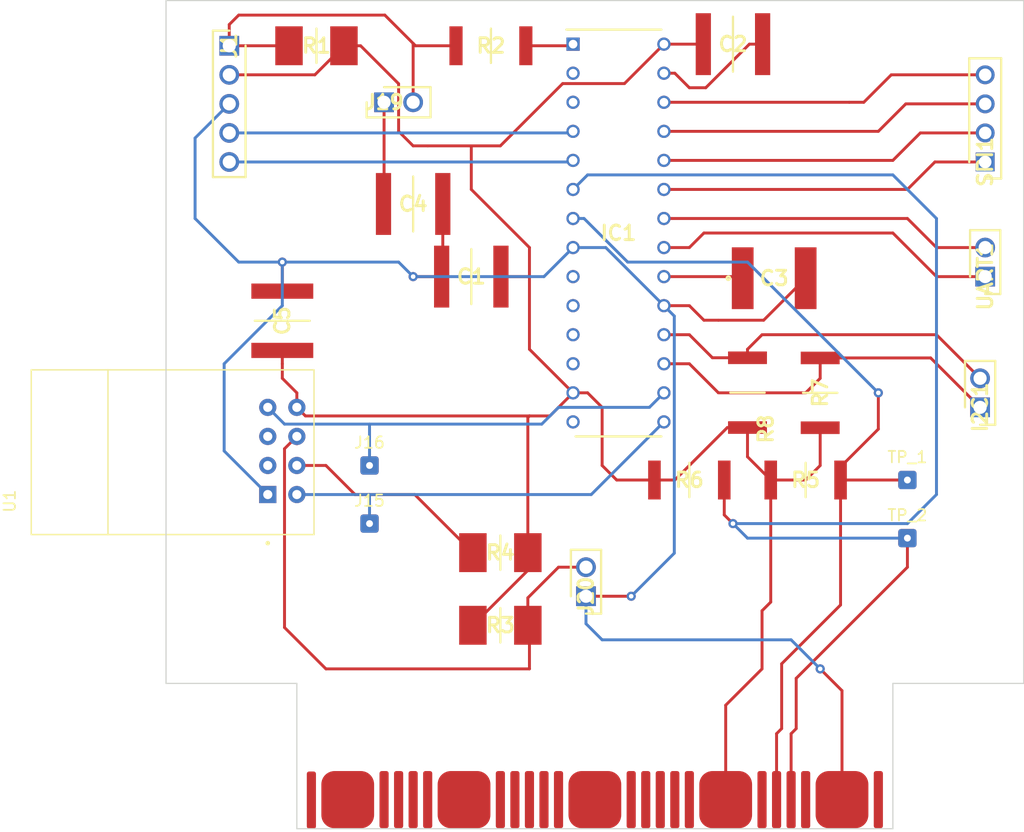
<source format=kicad_pcb>
(kicad_pcb (version 20221018) (generator pcbnew)
  (layers (0 "F.Cu" signal) (31 "B.Cu" signal) (34 "B.Paste" user) (35 "F.Paste" user) (36 "B.SilkS" user "B.Silkscreen") (37 "F.SilkS" user "F.Silkscreen") (38 "B.Mask" user) (39 "F.Mask" user) (44 "Edge.Cuts" user))
  (net 0 "")
  (net 1 "GND")
  (net 2 "VDD")
  (net 3 "Net-(IC1-VSS_2)")
  (net 4 "Net-(IC1-VCAP{slash}VDDCORE)")
  (net 5 "Net-(J19-Pin_1)")
  (net 6 "/SCL_2")
  (net 7 "/SDA_2")
  (net 8 "Net-(IC1-~{MCLR})")
  (net 11 "Net-(IC1-PGD1{slash}EMUD1{slash}AN2{slash}C2IN-{slash}RP0{slash}CN4{slash}RB0)")
  (net 12 "Net-(IC1-PGC1{slash}EMUC1{slash}AN3{slash}C2IN+{slash}RP1{slash}CN5{slash}RB1)")
  (net 13 "Net-(IC1-AN4{slash}C1IN-{slash}RP2{slash}SDA2{slash}CN6{slash}RB2)")
  (net 14 "Net-(IC1-AN5{slash}C1IN+{slash}RP3{slash}SCL2{slash}CN7{slash}RB3)")
  (net 20 "Net-(IC1-PGC3{slash}EMUC3{slash}RP6{slash}ASCL1{slash}CN24{slash}PMD6{slash}RB6)")
  (net 21 "Net-(IC1-RP7{slash}INT0{slash}CN23{slash}PMD5{slash}RB7)")
  (net 22 "/RX")
  (net 23 "/TX")
  (net 24 "/SS")
  (net 25 "/SCK")
  (net 26 "/SDO")
  (net 27 "/SDI")
  (net 28 "Net-(J1-Pin_1)")
  (net 29 "Net-(J20-Pin_2)")
  (net 30 "Net-(U1-EN)")
  (footprint "RES_10k:RESC6432X120N" (layer "F.Cu") (at 124.46 111.76 180)
    (fp_text reference "R4" (at 0 0) (layer "F.SilkS") (effects (font (size 1.27 1.27) (thickness 0.254))))
    (fp_text value "10k" hide)
    (fp_line (start 0 -1.5) (end 0 1.5) (stroke (width 0.2)) (layer "F.SilkS"))
    (pad "1" smd rect (at -2.4 0 180) (size 2.4 3.4) (layers "F.Cu" "F.Paste" "F.Mask") (net 2 "VDD"))
    (pad "2" smd rect (at 2.4 0 180) (size 2.4 3.4) (layers "F.Cu" "F.Paste" "F.Mask") (net 30 "Net-(U1-EN)"))
  )
  (footprint "RES_4k7:RESC6432X65N" (layer "F.Cu") (at 146.05 97.775 90)
    (fp_text reference "R8" (at -3.175 1.6 90) (layer "F.SilkS") (effects (font (size 1.27 1.27) (thickness 0.254))))
    (fp_text value "4.7k" hide)
    (fp_line (start 0 -1.5) (end 0 1.5) (stroke (width 0.2)) (layer "F.SilkS"))
    (pad "1" smd rect (at -3.05 0 90) (size 1.1 3.4) (layers "F.Cu" "F.Paste" "F.Mask") (net 2 "VDD"))
    (pad "2" smd rect (at 3.05 0 90) (size 1.1 3.4) (layers "F.Cu" "F.Paste" "F.Mask") (net 7 "/SDA_2"))
  )
  (footprint "PIC24FJ64GA002:DIP794W56P254L3486H508Q28N" (layer "F.Cu") (at 134.779 83.82)
    (fp_text reference "IC1" (at 0 0) (layer "F.SilkS") (effects (font (size 1.27 1.27) (thickness 0.254))))
    (fp_text value "PIC24FJ64GA002-I_SP" hide)
    (fp_line (start -4.548 -17.78) (end 3.746 -17.78) (stroke (width 0.2)) (layer "F.SilkS"))
    (fp_line (start -3.746 17.78) (end 3.746 17.78) (stroke (width 0.2)) (layer "F.SilkS"))
    (pad "1" thru_hole rect (at -3.969 -16.51) (size 1.159 1.159) (drill 0.759) (layers "*.Cu" "*.Mask") (net 8 "Net-(IC1-~{MCLR})"))
    (pad "2" thru_hole circle (at -3.969 -13.97) (size 1.159 1.159) (drill 0.759) (layers "*.Cu" "*.Mask"))
    (pad "3" thru_hole circle (at -3.969 -11.43) (size 1.159 1.159) (drill 0.759) (layers "*.Cu" "*.Mask"))
    (pad "4" thru_hole circle (at -3.969 -8.89) (size 1.159 1.159) (drill 0.759) (layers "*.Cu" "*.Mask") (net 11 "Net-(IC1-PGD1{slash}EMUD1{slash}AN2{slash}C2IN-{slash}RP0{slash}CN4{slash}RB0)"))
    (pad "5" thru_hole circle (at -3.969 -6.35) (size 1.159 1.159) (drill 0.759) (layers "*.Cu" "*.Mask") (net 12 "Net-(IC1-PGC1{slash}EMUC1{slash}AN3{slash}C2IN+{slash}RP1{slash}CN5{slash}RB1)"))
    (pad "6" thru_hole circle (at -3.969 -3.81) (size 1.159 1.159) (drill 0.759) (layers "*.Cu" "*.Mask") (net 13 "Net-(IC1-AN4{slash}C1IN-{slash}RP2{slash}SDA2{slash}CN6{slash}RB2)"))
    (pad "7" thru_hole circle (at -3.969 -1.27) (size 1.159 1.159) (drill 0.759) (layers "*.Cu" "*.Mask") (net 14 "Net-(IC1-AN5{slash}C1IN+{slash}RP3{slash}SCL2{slash}CN7{slash}RB3)"))
    (pad "8" thru_hole circle (at -3.969 1.27) (size 1.159 1.159) (drill 0.759) (layers "*.Cu" "*.Mask") (net 1 "GND"))
    (pad "9" thru_hole circle (at -3.969 3.81) (size 1.159 1.159) (drill 0.759) (layers "*.Cu" "*.Mask"))
    (pad "10" thru_hole circle (at -3.969 6.35) (size 1.159 1.159) (drill 0.759) (layers "*.Cu" "*.Mask"))
    (pad "11" thru_hole circle (at -3.969 8.89) (size 1.159 1.159) (drill 0.759) (layers "*.Cu" "*.Mask"))
    (pad "12" thru_hole circle (at -3.969 11.43) (size 1.159 1.159) (drill 0.759) (layers "*.Cu" "*.Mask"))
    (pad "13" thru_hole circle (at -3.969 13.97) (size 1.159 1.159) (drill 0.759) (layers "*.Cu" "*.Mask") (net 2 "VDD"))
    (pad "14" thru_hole circle (at -3.969 16.51) (size 1.159 1.159) (drill 0.759) (layers "*.Cu" "*.Mask"))
    (pad "15" thru_hole circle (at 3.969 16.51) (size 1.159 1.159) (drill 0.759) (layers "*.Cu" "*.Mask") (net 20 "Net-(IC1-PGC3{slash}EMUC3{slash}RP6{slash}ASCL1{slash}CN24{slash}PMD6{slash}RB6)"))
    (pad "16" thru_hole circle (at 3.969 13.97) (size 1.159 1.159) (drill 0.759) (layers "*.Cu" "*.Mask") (net 21 "Net-(IC1-RP7{slash}INT0{slash}CN23{slash}PMD5{slash}RB7)"))
    (pad "17" thru_hole circle (at 3.969 11.43) (size 1.159 1.159) (drill 0.759) (layers "*.Cu" "*.Mask") (net 6 "/SCL_2"))
    (pad "18" thru_hole circle (at 3.969 8.89) (size 1.159 1.159) (drill 0.759) (layers "*.Cu" "*.Mask") (net 7 "/SDA_2"))
    (pad "19" thru_hole circle (at 3.969 6.35) (size 1.159 1.159) (drill 0.759) (layers "*.Cu" "*.Mask") (net 1 "GND"))
    (pad "20" thru_hole circle (at 3.969 3.81) (size 1.159 1.159) (drill 0.759) (layers "*.Cu" "*.Mask") (net 4 "Net-(IC1-VCAP{slash}VDDCORE)"))
    (pad "21" thru_hole circle (at 3.969 1.27) (size 1.159 1.159) (drill 0.759) (layers "*.Cu" "*.Mask") (net 22 "/RX"))
    (pad "22" thru_hole circle (at 3.969 -1.27) (size 1.159 1.159) (drill 0.759) (layers "*.Cu" "*.Mask") (net 23 "/TX"))
    (pad "23" thru_hole circle (at 3.969 -3.81) (size 1.159 1.159) (drill 0.759) (layers "*.Cu" "*.Mask") (net 24 "/SS"))
    (pad "24" thru_hole circle (at 3.969 -6.35) (size 1.159 1.159) (drill 0.759) (layers "*.Cu" "*.Mask") (net 25 "/SCK"))
    (pad "25" thru_hole circle (at 3.969 -8.89) (size 1.159 1.159) (drill 0.759) (layers "*.Cu" "*.Mask") (net 26 "/SDO"))
    (pad "26" thru_hole circle (at 3.969 -11.43) (size 1.159 1.159) (drill 0.759) (layers "*.Cu" "*.Mask") (net 27 "/SDI"))
    (pad "27" thru_hole circle (at 3.969 -13.97) (size 1.159 1.159) (drill 0.759) (layers "*.Cu" "*.Mask") (net 3 "Net-(IC1-VSS_2)"))
    (pad "28" thru_hole circle (at 3.969 -16.51) (size 1.159 1.159) (drill 0.759) (layers "*.Cu" "*.Mask") (net 2 "VDD"))
  )
  (footprint "RES_4k7:RESC6432X65N" (layer "F.Cu") (at 152.4 97.79 90)
    (fp_text reference "R7" (at 0 0 90) (layer "F.SilkS") (effects (font (size 1.27 1.27) (thickness 0.254))))
    (fp_text value "4.7k" hide)
    (fp_line (start 0 -1.5) (end 0 1.5) (stroke (width 0.2)) (layer "F.SilkS"))
    (pad "1" smd rect (at -3.05 0 90) (size 1.1 3.4) (layers "F.Cu" "F.Paste" "F.Mask") (net 2 "VDD"))
    (pad "2" smd rect (at 3.05 0 90) (size 1.1 3.4) (layers "F.Cu" "F.Paste" "F.Mask") (net 6 "/SCL_2"))
  )
  (footprint "Connector_Wire:SolderWire-0.1sqmm_1x01_D0.4mm_OD1mm" (layer "F.Cu") (at 113.03 104.14)
    (fp_text reference "J16" (at 0 -2) (layer "F.SilkS"))
    (fp_text value "Conn_01x01_Pin" hide)
    (pad "1" thru_hole roundrect (at 0 0) (size 1.6 1.6) (drill 0.6) (layers "*.Cu" "*.Mask") (roundrect_rratio 0.15625) (net 21 "Net-(IC1-RP7{slash}INT0{slash}CN23{slash}PMD5{slash}RB7)"))
  )
  (footprint "P_4_HEADER:HDRV4W64P0X254_1X4_1016X254X889P" (layer "F.Cu") (at 166.815 77.61 90)
    (fp_text reference "SPI1" (at 0 0 90) (layer "F.SilkS") (effects (font (size 1.27 1.27) (thickness 0.254))))
    (fp_text value "Conn_01x04_Pin" hide)
    (fp_line (start -1.445 0) (end -1.445 1.395) (stroke (width 0.2)) (layer "F.SilkS"))
    (fp_line (start -1.445 1.395) (end 9.065 1.395) (stroke (width 0.2)) (layer "F.SilkS"))
    (fp_line (start 9.065 -1.395) (end 0 -1.395) (stroke (width 0.2)) (layer "F.SilkS"))
    (fp_line (start 9.065 1.395) (end 9.065 -1.395) (stroke (width 0.2)) (layer "F.SilkS"))
    (pad "1" thru_hole rect (at 0 0 90) (size 1.65 1.65) (drill 1.1) (layers "*.Cu" "*.Mask") (net 24 "/SS"))
    (pad "2" thru_hole circle (at 2.54 0 90) (size 1.65 1.65) (drill 1.1) (layers "*.Cu" "*.Mask") (net 25 "/SCK"))
    (pad "3" thru_hole circle (at 5.08 0 90) (size 1.65 1.65) (drill 1.1) (layers "*.Cu" "*.Mask") (net 26 "/SDO"))
    (pad "4" thru_hole circle (at 7.62 0 90) (size 1.65 1.65) (drill 1.1) (layers "*.Cu" "*.Mask") (net 27 "/SDI"))
  )
  (footprint "CAP_0.1u:CAPC5750X270N" (layer "F.Cu") (at 144.78 67.31)
    (fp_text reference "C2" (at 0 0) (layer "F.SilkS") (effects (font (size 1.27 1.27) (thickness 0.254))))
    (fp_text value "100n" hide)
    (fp_line (start 0 -2.4) (end 0 2.4) (stroke (width 0.2)) (layer "F.SilkS"))
    (pad "1" smd rect (at -2.59 0) (size 1.33 5.41) (layers "F.Cu" "F.Paste" "F.Mask") (net 2 "VDD"))
    (pad "2" smd rect (at 2.59 0) (size 1.33 5.41) (layers "F.Cu" "F.Paste" "F.Mask") (net 3 "Net-(IC1-VSS_2)"))
  )
  (footprint "RES_10k:RESC6432X120N" (layer "F.Cu") (at 124.46 118.11)
    (fp_text reference "R3" (at 0 0) (layer "F.SilkS") (effects (font (size 1.27 1.27) (thickness 0.254))))
    (fp_text value "10k" hide)
    (fp_line (start 0 -1.5) (end 0 1.5) (stroke (width 0.2)) (layer "F.SilkS"))
    (pad "1" smd rect (at -2.4 0) (size 2.4 3.4) (layers "F.Cu" "F.Paste" "F.Mask") (net 2 "VDD"))
    (pad "2" smd rect (at 2.4 0) (size 2.4 3.4) (layers "F.Cu" "F.Paste" "F.Mask") (net 29 "Net-(J20-Pin_2)"))
  )
  (footprint "Edge_Connector_Library:Edge_Connector" (layer "F.Cu") (at 106.68 135.93)
    (fp_text reference "U2" hide)
    (fp_text value "~" hide)
    (pad "1" smd roundrect (at 1.27 -2.54) (size 0.8 5) (layers "F.Cu" "F.Paste" "F.Mask"))
    (pad "2" smd roundrect (at 4.445 -2.58) (size 4.61 5) (layers "F.Cu" "F.Paste" "F.Mask"))
    (pad "3" smd roundrect (at 7.62 -2.58) (size 0.8 5) (layers "F.Cu" "F.Paste" "F.Mask"))
    (pad "4" smd roundrect (at 8.89 -2.58) (size 0.8 5) (layers "F.Cu" "F.Paste" "F.Mask"))
    (pad "5" smd roundrect (at 10.16 -2.58) (size 0.8 5) (layers "F.Cu" "F.Paste" "F.Mask"))
    (pad "6" smd roundrect (at 11.43 -2.58) (size 0.8 5) (layers "F.Cu" "F.Paste" "F.Mask"))
    (pad "7" smd roundrect (at 14.605 -2.58) (size 4.61 5) (layers "F.Cu" "F.Paste" "F.Mask"))
    (pad "8" smd roundrect (at 17.78 -2.58) (size 0.8 5) (layers "F.Cu" "F.Paste" "F.Mask"))
    (pad "9" smd roundrect (at 19.05 -2.58) (size 0.8 5) (layers "F.Cu" "F.Paste" "F.Mask"))
    (pad "10" smd roundrect (at 20.32 -2.58) (size 0.8 5) (layers "F.Cu" "F.Paste" "F.Mask"))
    (pad "11" smd roundrect (at 21.59 -2.58) (size 0.8 5) (layers "F.Cu" "F.Paste" "F.Mask"))
    (pad "12" smd roundrect (at 22.86 -2.58) (size 0.8 5) (layers "F.Cu" "F.Paste" "F.Mask"))
    (pad "13" smd roundrect (at 26.035 -2.58) (size 4.61 5) (layers "F.Cu" "F.Paste" "F.Mask"))
    (pad "14" smd roundrect (at 29.21 -2.58) (size 0.8 5) (layers "F.Cu" "F.Paste" "F.Mask"))
    (pad "15" smd roundrect (at 30.48 -2.58) (size 0.8 5) (layers "F.Cu" "F.Paste" "F.Mask"))
    (pad "16" smd roundrect (at 31.75 -2.58) (size 0.8 5) (layers "F.Cu" "F.Paste" "F.Mask"))
    (pad "17" smd roundrect (at 33.02 -2.58) (size 0.8 5) (layers "F.Cu" "F.Paste" "F.Mask"))
    (pad "18" smd roundrect (at 34.29 -2.58) (size 0.8 5) (layers "F.Cu" "F.Paste" "F.Mask"))
    (pad "19" smd roundrect (at 37.465 -2.58) (size 4.61 5) (layers "F.Cu" "F.Paste" "F.Mask") (net 2 "VDD"))
    (pad "20" smd roundrect (at 40.64 -2.58) (size 0.8 5) (layers "F.Cu" "F.Paste" "F.Mask"))
    (pad "21" smd roundrect (at 41.91 -2.58) (size 0.8 5) (layers "F.Cu" "F.Paste" "F.Mask") (net 14 "Net-(IC1-AN5{slash}C1IN+{slash}RP3{slash}SCL2{slash}CN7{slash}RB3)"))
    (pad "22" smd roundrect (at 43.18 -2.58) (size 0.8 5) (layers "F.Cu" "F.Paste" "F.Mask") (net 13 "Net-(IC1-AN4{slash}C1IN-{slash}RP2{slash}SDA2{slash}CN6{slash}RB2)"))
    (pad "23" smd roundrect (at 44.45 -2.58) (size 0.8 5) (layers "F.Cu" "F.Paste" "F.Mask"))
    (pad "24" smd roundrect (at 47.625 -2.58) (size 4.61 5) (layers "F.Cu" "F.Paste" "F.Mask") (net 1 "GND"))
    (pad "25" smd roundrect (at 50.8 -2.58) (size 0.8 5) (layers "F.Cu" "F.Paste" "F.Mask"))
  )
  (footprint "P_2_HEADER:HDRV2W66P0X254_1X2_508X254X874P" (layer "F.Cu") (at 166.37 99.06 90)
    (fp_text reference "I2C1" (at 0 0 90) (layer "F.SilkS") (effects (font (size 1.27 1.27) (thickness 0.254))))
    (fp_text value "Conn_01x02_Pin" hide)
    (fp_line (start -1.52 0) (end -1.52 1.32) (stroke (width 0.2)) (layer "F.SilkS"))
    (fp_line (start -1.52 1.32) (end 4.06 1.32) (stroke (width 0.2)) (layer "F.SilkS"))
    (fp_line (start 4.06 -1.32) (end 0 -1.32) (stroke (width 0.2)) (layer "F.SilkS"))
    (fp_line (start 4.06 1.32) (end 4.06 -1.32) (stroke (width 0.2)) (layer "F.SilkS"))
    (pad "1" thru_hole rect (at 0 0 90) (size 1.725 1.725) (drill 1.15) (layers "*.Cu" "*.Mask") (net 6 "/SCL_2"))
    (pad "2" thru_hole circle (at 2.54 0 90) (size 1.725 1.725) (drill 1.15) (layers "*.Cu" "*.Mask") (net 7 "/SDA_2"))
  )
  (footprint "RES_4k7:RESC6432X65N" (layer "F.Cu") (at 151.13 105.41)
    (fp_text reference "R5" (at 0 0) (layer "F.SilkS") (effects (font (size 1.27 1.27) (thickness 0.254))))
    (fp_text value "4.7k" hide)
    (fp_line (start 0 -1.5) (end 0 1.5) (stroke (width 0.2)) (layer "F.SilkS"))
    (pad "1" smd rect (at -3.05 0) (size 1.1 3.4) (layers "F.Cu" "F.Paste" "F.Mask") (net 2 "VDD"))
    (pad "2" smd rect (at 3.05 0) (size 1.1 3.4) (layers "F.Cu" "F.Paste" "F.Mask") (net 14 "Net-(IC1-AN5{slash}C1IN+{slash}RP3{slash}SCL2{slash}CN7{slash}RB3)"))
  )
  (footprint "CAP_0.1u:CAPC5750X270N" (layer "F.Cu") (at 116.84 81.28)
    (fp_text reference "C4" (at 0 0) (layer "F.SilkS") (effects (font (size 1.27 1.27) (thickness 0.254))))
    (fp_text value "100n" hide)
    (fp_line (start 0 -2.4) (end 0 2.4) (stroke (width 0.2)) (layer "F.SilkS"))
    (pad "1" smd rect (at -2.59 0) (size 1.33 5.41) (layers "F.Cu" "F.Paste" "F.Mask") (net 5 "Net-(J19-Pin_1)"))
    (pad "2" smd rect (at 2.59 0) (size 1.33 5.41) (layers "F.Cu" "F.Paste" "F.Mask") (net 1 "GND"))
  )
  (footprint "RES_4k7:RESC6432X65N" (layer "F.Cu") (at 140.97 105.41)
    (fp_text reference "R6" (at 0 0) (layer "F.SilkS") (effects (font (size 1.27 1.27) (thickness 0.254))))
    (fp_text value "4.7k" hide)
    (fp_line (start 0 -1.5) (end 0 1.5) (stroke (width 0.2)) (layer "F.SilkS"))
    (pad "1" smd rect (at -3.05 0) (size 1.1 3.4) (layers "F.Cu" "F.Paste" "F.Mask") (net 2 "VDD"))
    (pad "2" smd rect (at 3.05 0) (size 1.1 3.4) (layers "F.Cu" "F.Paste" "F.Mask") (net 13 "Net-(IC1-AN4{slash}C1IN-{slash}RP2{slash}SDA2{slash}CN6{slash}RB2)"))
  )
  (footprint "Connector_Wire:SolderWire-0.1sqmm_1x01_D0.4mm_OD1mm" (layer "F.Cu") (at 160.02 105.41)
    (fp_text reference "TP_1" (at 0 -2) (layer "F.SilkS"))
    (fp_text value "Conn_01x01_Pin" hide)
    (pad "1" thru_hole roundrect (at 0 0) (size 1.6 1.6) (drill 0.6) (layers "*.Cu" "*.Mask") (roundrect_rratio 0.15625) (net 14 "Net-(IC1-AN5{slash}C1IN+{slash}RP3{slash}SCL2{slash}CN7{slash}RB3)"))
  )
  (footprint "CAP_0.1u:CAPC5750X270N" (layer "F.Cu") (at 105.41 91.49 -90)
    (fp_text reference "C5" (at 0 0 90) (layer "F.SilkS") (effects (font (size 1.27 1.27) (thickness 0.254))))
    (fp_text value "100n" hide)
    (fp_line (start 0 -2.4) (end 0 2.4) (stroke (width 0.2)) (layer "F.SilkS"))
    (pad "1" smd rect (at -2.59 0 270) (size 1.33 5.41) (layers "F.Cu" "F.Paste" "F.Mask") (net 1 "GND"))
    (pad "2" smd rect (at 2.59 0 270) (size 1.33 5.41) (layers "F.Cu" "F.Paste" "F.Mask") (net 2 "VDD"))
  )
  (footprint "CAP_0.1u:CAPC5750X270N" (layer "F.Cu") (at 121.92 87.63)
    (fp_text reference "C1" (at 0 0) (layer "F.SilkS") (effects (font (size 1.27 1.27) (thickness 0.254))))
    (fp_text value "100n" hide)
    (fp_line (start 0 -2.4) (end 0 2.4) (stroke (width 0.2)) (layer "F.SilkS"))
    (pad "1" smd rect (at -2.59 0) (size 1.33 5.41) (layers "F.Cu" "F.Paste" "F.Mask") (net 1 "GND"))
    (pad "2" smd rect (at 2.59 0) (size 1.33 5.41) (layers "F.Cu" "F.Paste" "F.Mask") (net 2 "VDD"))
  )
  (footprint "P_2_HEADER:HDRV2W66P0X254_1X2_508X254X874P" (layer "F.Cu") (at 131.94 115.57 90)
    (fp_text reference "J20" (at 0 0 90) (layer "F.SilkS") (effects (font (size 1.27 1.27) (thickness 0.254))))
    (fp_text value "Conn_01x02_Pin" hide)
    (fp_line (start -1.52 0) (end -1.52 1.32) (stroke (width 0.2)) (layer "F.SilkS"))
    (fp_line (start -1.52 1.32) (end 4.06 1.32) (stroke (width 0.2)) (layer "F.SilkS"))
    (fp_line (start 4.06 -1.32) (end 0 -1.32) (stroke (width 0.2)) (layer "F.SilkS"))
    (fp_line (start 4.06 1.32) (end 4.06 -1.32) (stroke (width 0.2)) (layer "F.SilkS"))
    (pad "1" thru_hole rect (at 0 0 90) (size 1.725 1.725) (drill 1.15) (layers "*.Cu" "*.Mask") (net 1 "GND"))
    (pad "2" thru_hole circle (at 2.54 0 90) (size 1.725 1.725) (drill 1.15) (layers "*.Cu" "*.Mask") (net 29 "Net-(J20-Pin_2)"))
  )
  (footprint "Connector_Wire:SolderWire-0.1sqmm_1x01_D0.4mm_OD1mm" (layer "F.Cu") (at 160.02 110.49)
    (fp_text reference "TP_2" (at 0 -2) (layer "F.SilkS"))
    (fp_text value "Conn_01x01_Pin" hide)
    (pad "1" thru_hole roundrect (at 0 0) (size 1.6 1.6) (drill 0.6) (layers "*.Cu" "*.Mask") (roundrect_rratio 0.15625) (net 13 "Net-(IC1-AN4{slash}C1IN-{slash}RP2{slash}SDA2{slash}CN6{slash}RB2)"))
  )
  (footprint "P_5_HEADER:HDRV5W67P0X254_1X5_1229X234X821P" (layer "F.Cu") (at 100.775 67.45 -90)
    (fp_text reference "J1" (at 0 0 90) (layer "F.SilkS") (effects (font (size 1.27 1.27) (thickness 0.254))))
    (fp_text value "Conn_01x05_Pin" hide)
    (fp_line (start -1.32 0) (end -1.32 1.425) (stroke (width 0.2)) (layer "F.SilkS"))
    (fp_line (start -1.32 1.425) (end 11.48 1.425) (stroke (width 0.2)) (layer "F.SilkS"))
    (fp_line (start 11.48 -1.425) (end 0 -1.425) (stroke (width 0.2)) (layer "F.SilkS"))
    (fp_line (start 11.48 1.425) (end 11.48 -1.425) (stroke (width 0.2)) (layer "F.SilkS"))
    (pad "1" thru_hole rect (at 0 0 270) (size 1.725 1.725) (drill 1.15) (layers "*.Cu" "*.Mask") (net 28 "Net-(J1-Pin_1)"))
    (pad "2" thru_hole circle (at 2.54 0 270) (size 1.725 1.725) (drill 1.15) (layers "*.Cu" "*.Mask") (net 2 "VDD"))
    (pad "3" thru_hole circle (at 5.08 0 270) (size 1.725 1.725) (drill 1.15) (layers "*.Cu" "*.Mask") (net 1 "GND"))
    (pad "4" thru_hole circle (at 7.62 0 270) (size 1.725 1.725) (drill 1.15) (layers "*.Cu" "*.Mask") (net 11 "Net-(IC1-PGD1{slash}EMUD1{slash}AN2{slash}C2IN-{slash}RP0{slash}CN4{slash}RB0)"))
    (pad "5" thru_hole circle (at 10.16 0 270) (size 1.725 1.725) (drill 1.15) (layers "*.Cu" "*.Mask") (net 12 "Net-(IC1-PGC1{slash}EMUC1{slash}AN3{slash}C2IN+{slash}RP1{slash}CN5{slash}RB1)"))
  )
  (footprint "P_2_HEADER:HDRV2W66P0X254_1X2_508X254X874P" (layer "F.Cu") (at 114.3 72.39)
    (fp_text reference "J19" (at 0 0) (layer "F.SilkS") (effects (font (size 1.27 1.27) (thickness 0.254))))
    (fp_text value "Conn_01x02_Pin" hide)
    (fp_line (start -1.52 0) (end -1.52 1.32) (stroke (width 0.2)) (layer "F.SilkS"))
    (fp_line (start -1.52 1.32) (end 4.06 1.32) (stroke (width 0.2)) (layer "F.SilkS"))
    (fp_line (start 4.06 -1.32) (end 0 -1.32) (stroke (width 0.2)) (layer "F.SilkS"))
    (fp_line (start 4.06 1.32) (end 4.06 -1.32) (stroke (width 0.2)) (layer "F.SilkS"))
    (pad "1" thru_hole rect (at 0 0) (size 1.725 1.725) (drill 1.15) (layers "*.Cu" "*.Mask") (net 5 "Net-(J19-Pin_1)"))
    (pad "2" thru_hole circle (at 2.54 0) (size 1.725 1.725) (drill 1.15) (layers "*.Cu" "*.Mask") (net 28 "Net-(J1-Pin_1)"))
  )
  (footprint "P_2_HEADER:HDRV2W66P0X254_1X2_508X254X874P" (layer "F.Cu") (at 166.815 87.63 90)
    (fp_text reference "UART1" (at 0 0 90) (layer "F.SilkS") (effects (font (size 1.27 1.27) (thickness 0.254))))
    (fp_text value "Conn_01x02_Pin" hide)
    (fp_line (start -1.52 0) (end -1.52 1.32) (stroke (width 0.2)) (layer "F.SilkS"))
    (fp_line (start -1.52 1.32) (end 4.06 1.32) (stroke (width 0.2)) (layer "F.SilkS"))
    (fp_line (start 4.06 -1.32) (end 0 -1.32) (stroke (width 0.2)) (layer "F.SilkS"))
    (fp_line (start 4.06 1.32) (end 4.06 -1.32) (stroke (width 0.2)) (layer "F.SilkS"))
    (pad "1" thru_hole rect (at 0 0 90) (size 1.725 1.725) (drill 1.15) (layers "*.Cu" "*.Mask") (net 22 "/RX"))
    (pad "2" thru_hole circle (at 2.54 0 90) (size 1.725 1.725) (drill 1.15) (layers "*.Cu" "*.Mask") (net 23 "/TX"))
  )
  (footprint "RES_10k:RESC6432X120N" (layer "F.Cu") (at 108.395 67.45 180)
    (fp_text reference "R1" (at 0 0) (layer "F.SilkS") (effects (font (size 1.27 1.27) (thickness 0.254))))
    (fp_text value "10k" hide)
    (fp_line (start 0 -1.5) (end 0 1.5) (stroke (width 0.2)) (layer "F.SilkS"))
    (pad "1" smd rect (at -2.4 0 180) (size 2.4 3.4) (layers "F.Cu" "F.Paste" "F.Mask") (net 2 "VDD"))
    (pad "2" smd rect (at 2.4 0 180) (size 2.4 3.4) (layers "F.Cu" "F.Paste" "F.Mask") (net 28 "Net-(J1-Pin_1)"))
  )
  (footprint "CAP_10u:C2220_FT" (layer "F.Cu") (at 148.38 87.77)
    (fp_text reference "C3" (at 0 0) (layer "F.SilkS") (effects (font (size 1.27 1.27) (thickness 0.254))))
    (fp_text value "10u" hide)
    (fp_circle (center -4 0) (end -4 0.05) (stroke (width 0.2)) (fill none) (layer "F.SilkS"))
    (pad "1" smd rect (at -2.75 0) (size 1.9 5.4) (layers "F.Cu" "F.Paste" "F.Mask") (net 4 "Net-(IC1-VCAP{slash}VDDCORE)"))
    (pad "2" smd rect (at 2.75 0) (size 1.9 5.4) (layers "F.Cu" "F.Paste" "F.Mask") (net 1 "GND"))
  )
  (footprint "Connector_Wire:SolderWire-0.1sqmm_1x01_D0.4mm_OD1mm" (layer "F.Cu") (at 113.03 109.22)
    (fp_text reference "J15" (at 0 -2) (layer "F.SilkS"))
    (fp_text value "Conn_01x01_Pin" hide)
    (pad "1" thru_hole roundrect (at 0 0) (size 1.6 1.6) (drill 0.6) (layers "*.Cu" "*.Mask") (roundrect_rratio 0.15625) (net 20 "Net-(IC1-PGC3{slash}EMUC3{slash}RP6{slash}ASCL1{slash}CN24{slash}PMD6{slash}RB6)"))
  )
  (footprint "WiFi:XCVR_ESP8266-01_ESP-01" (layer "F.Cu") (at 95.83 102.87 90)
    (fp_text reference "U1" (at -4.385 -14.235 90) (layer "F.SilkS"))
    (fp_text value "ESP8266-01_ESP-01" hide)
    (fp_line (start -7.31 -12.35) (end 7.09 -12.35) (stroke (width 0.127)) (layer "F.SilkS"))
    (fp_line (start -7.31 -5.65) (end -7.31 -12.35) (stroke (width 0.127)) (layer "F.SilkS"))
    (fp_line (start -7.31 12.35) (end -7.31 -5.65) (stroke (width 0.127)) (layer "F.SilkS"))
    (fp_line (start 7.09 -12.35) (end 7.09 -5.65) (stroke (width 0.127)) (layer "F.SilkS"))
    (fp_line (start 7.09 -5.65) (end -7.31 -5.65) (stroke (width 0.127)) (layer "F.SilkS"))
    (fp_line (start 7.09 -5.65) (end 7.09 12.35) (stroke (width 0.127)) (layer "F.SilkS"))
    (fp_line (start 7.09 12.35) (end -7.31 12.35) (stroke (width 0.127)) (layer "F.SilkS"))
    (fp_circle (center -8.06 8.31) (end -7.96 8.31) (stroke (width 0.2)) (fill none) (layer "F.SilkS"))
    (pad "1" thru_hole rect (at -3.81 8.31 90) (size 1.5 1.5) (drill 0.8) (layers "*.Cu" "*.Mask") (net 1 "GND"))
    (pad "2" thru_hole circle (at -1.27 8.31 90) (size 1.5 1.5) (drill 0.8) (layers "*.Cu" "*.Mask"))
    (pad "3" thru_hole circle (at 1.27 8.31 90) (size 1.5 1.5) (drill 0.8) (layers "*.Cu" "*.Mask"))
    (pad "4" thru_hole circle (at 3.81 8.31 90) (size 1.5 1.5) (drill 0.8) (layers "*.Cu" "*.Mask") (net 21 "Net-(IC1-RP7{slash}INT0{slash}CN23{slash}PMD5{slash}RB7)"))
    (pad "5" thru_hole circle (at -3.81 10.85 90) (size 1.5 1.5) (drill 0.8) (layers "*.Cu" "*.Mask") (net 20 "Net-(IC1-PGC3{slash}EMUC3{slash}RP6{slash}ASCL1{slash}CN24{slash}PMD6{slash}RB6)"))
    (pad "6" thru_hole circle (at -1.27 10.85 90) (size 1.5 1.5) (drill 0.8) (layers "*.Cu" "*.Mask") (net 30 "Net-(U1-EN)"))
    (pad "7" thru_hole circle (at 1.27 10.85 90) (size 1.5 1.5) (drill 0.8) (layers "*.Cu" "*.Mask") (net 29 "Net-(J20-Pin_2)"))
    (pad "8" thru_hole circle (at 3.81 10.85 90) (size 1.5 1.5) (drill 0.8) (layers "*.Cu" "*.Mask") (net 2 "VDD"))
  )
  (footprint "RES_470:RESC6332X65N" (layer "F.Cu") (at 123.635 67.45)
    (fp_text reference "R2" (at 0 0) (layer "F.SilkS") (effects (font (size 1.27 1.27) (thickness 0.254))))
    (fp_text value "470" hide)
    (fp_line (start 0 -1.5) (end 0 1.5) (stroke (width 0.2)) (layer "F.SilkS"))
    (pad "1" smd rect (at -3.05 0) (size 1.15 3.4) (layers "F.Cu" "F.Paste" "F.Mask") (net 28 "Net-(J1-Pin_1)"))
    (pad "2" smd rect (at 3.05 0) (size 1.15 3.4) (layers "F.Cu" "F.Paste" "F.Mask") (net 8 "Net-(IC1-~{MCLR})"))
  )
  (gr_line (start 106.68 123.19) (end 106.68 135.89) (stroke (width 0.1)) (layer "Edge.Cuts"))
  (gr_line (start 95.25 123.19) (end 106.68 123.19) (stroke (width 0.1)) (layer "Edge.Cuts"))
  (gr_line (start 95.25 121.92) (end 95.25 123.19) (stroke (width 0.1)) (layer "Edge.Cuts"))
  (gr_line (start 170.18 123.19) (end 170.18 63.5) (stroke (width 0.1)) (layer "Edge.Cuts"))
  (gr_line (start 158.75 123.19) (end 170.18 123.19) (stroke (width 0.1)) (layer "Edge.Cuts"))
  (gr_line (start 95.25 63.5) (end 95.25 121.92) (stroke (width 0.1)) (layer "Edge.Cuts"))
  (gr_line (start 106.68 135.89) (end 158.75 135.89) (stroke (width 0.1)) (layer "Edge.Cuts"))
  (gr_line (start 158.75 135.89) (end 158.75 123.19) (stroke (width 0.1)) (layer "Edge.Cuts"))
  (gr_line (start 170.18 63.5) (end 95.25 63.5) (stroke (width 0.1)) (layer "Edge.Cuts"))
  (segment (start 154.305 133.35) (end 154.305 123.825) (width 0.254) (layer "F.Cu") (net 1))
  (segment (start 119.43 81.28) (end 119.43 87.53) (width 0.254) (layer "F.Cu") (net 1))
  (segment (start 140.97 90.17) (end 138.748 90.17) (width 0.254) (layer "F.Cu") (net 1))
  (segment (start 142.24 91.44) (end 140.97 90.17) (width 0.254) (layer "F.Cu") (net 1))
  (segment (start 154.305 123.825) (end 152.4 121.92) (width 0.254) (layer "F.Cu") (net 1))
  (segment (start 119.33 87.63) (end 116.84 87.63) (width 0.254) (layer "F.Cu") (net 1))
  (segment (start 119.43 87.53) (end 119.33 87.63) (width 0.254) (layer "F.Cu") (net 1))
  (segment (start 147.46 91.44) (end 143.51 91.44) (width 0.254) (layer "F.Cu") (net 1))
  (segment (start 143.51 91.44) (end 142.24 91.44) (width 0.254) (layer "F.Cu") (net 1))
  (segment (start 131.94 115.57) (end 135.89 115.57) (width 0.254) (layer "F.Cu") (net 1))
  (segment (start 105.41 88.9) (end 105.41 86.36) (width 0.254) (layer "F.Cu") (net 1))
  (segment (start 151.13 87.77) (end 147.46 91.44) (width 0.254) (layer "F.Cu") (net 1))
  (via (at 105.41 86.36) (size 0.8) (drill 0.4) (layers "F.Cu" "B.Cu") (net 1))
  (via (at 152.4 121.92) (size 0.8) (drill 0.4) (layers "F.Cu" "B.Cu") (net 1))
  (via (at 135.89 115.57) (size 0.8) (drill 0.4) (layers "F.Cu" "B.Cu") (net 1))
  (via (at 116.84 87.63) (size 0.8) (drill 0.4) (layers "F.Cu" "B.Cu") (net 1))
  (segment (start 100.33 102.87) (end 104.14 106.68) (width 0.254) (layer "B.Cu") (net 1))
  (segment (start 128.27 87.63) (end 116.84 87.63) (width 0.254) (layer "B.Cu") (net 1))
  (segment (start 105.41 90.17) (end 100.33 95.25) (width 0.254) (layer "B.Cu") (net 1))
  (segment (start 149.86 119.38) (end 152.4 121.92) (width 0.254) (layer "B.Cu") (net 1))
  (segment (start 130.81 85.09) (end 128.27 87.63) (width 0.254) (layer "B.Cu") (net 1))
  (segment (start 131.94 117.97) (end 131.94 115.57) (width 0.254) (layer "B.Cu") (net 1))
  (segment (start 139.6545 91.0765) (end 138.748 90.17) (width 0.254) (layer "B.Cu") (net 1))
  (segment (start 149.86 119.38) (end 133.35 119.38) (width 0.254) (layer "B.Cu") (net 1))
  (segment (start 115.57 86.36) (end 105.41 86.36) (width 0.254) (layer "B.Cu") (net 1))
  (segment (start 139.6545 111.8055) (end 139.6545 91.0765) (width 0.254) (layer "B.Cu") (net 1))
  (segment (start 116.84 87.63) (end 115.57 86.36) (width 0.254) (layer "B.Cu") (net 1))
  (segment (start 101.6 86.36) (end 97.79 82.55) (width 0.254) (layer "B.Cu") (net 1))
  (segment (start 97.79 82.55) (end 97.79 75.515) (width 0.254) (layer "B.Cu") (net 1))
  (segment (start 133.35 119.38) (end 131.94 117.97) (width 0.254) (layer "B.Cu") (net 1))
  (segment (start 130.81 85.09) (end 133.668 85.09) (width 0.254) (layer "B.Cu") (net 1))
  (segment (start 133.668 85.09) (end 138.748 90.17) (width 0.254) (layer "B.Cu") (net 1))
  (segment (start 105.41 86.36) (end 101.6 86.36) (width 0.254) (layer "B.Cu") (net 1))
  (segment (start 100.33 95.25) (end 100.33 102.87) (width 0.254) (layer "B.Cu") (net 1))
  (segment (start 105.41 86.36) (end 105.41 90.17) (width 0.254) (layer "B.Cu") (net 1))
  (segment (start 97.79 75.515) (end 100.775 72.53) (width 0.254) (layer "B.Cu") (net 1))
  (segment (start 135.89 115.57) (end 139.6545 111.8055) (width 0.254) (layer "B.Cu") (net 1))
  (segment (start 144.145 133.35) (end 144.145 125.095) (width 0.254) (layer "F.Cu") (net 2))
  (segment (start 115.57 74.93) (end 115.57 70.771) (width 0.254) (layer "F.Cu") (net 2))
  (segment (start 138.748 67.31) (end 142.19 67.31) (width 0.254) (layer "F.Cu") (net 2))
  (segment (start 106.68 99.06) (end 106.68 97.79) (width 0.254) (layer "F.Cu") (net 2))
  (segment (start 118.11 76.2) (end 121.92 76.2) (width 0.254) (layer "F.Cu") (net 2))
  (segment (start 128.79 99.81) (end 130.81 97.79) (width 0.254) (layer "F.Cu") (net 2))
  (segment (start 124.51 87.63) (end 127 87.63) (width 0.254) (layer "F.Cu") (net 2))
  (segment (start 122.06 118.11) (end 126.86 113.31) (width 0.254) (layer "F.Cu") (net 2))
  (segment (start 108.255 69.99) (end 110.795 67.45) (width 0.254) (layer "F.Cu") (net 2))
  (segment (start 152.4 104.14) (end 152.4 100.84) (width 0.254) (layer "F.Cu") (net 2))
  (segment (start 127 99.81) (end 128.79 99.81) (width 0.254) (layer "F.Cu") (net 2))
  (segment (start 126.86 111.76) (end 126.86 99.95) (width 0.254) (layer "F.Cu") (net 2))
  (segment (start 133.35 99.06) (end 132.08 97.79) (width 0.254) (layer "F.Cu") (net 2))
  (segment (start 129.9035 70.7565) (end 135.3015 70.7565) (width 0.254) (layer "F.Cu") (net 2))
  (segment (start 116.84 76.2) (end 115.57 74.93) (width 0.254) (layer "F.Cu") (net 2))
  (segment (start 132.08 97.79) (end 130.81 97.79) (width 0.254) (layer "F.Cu") (net 2))
  (segment (start 139.7 105.41) (end 137.92 105.41) (width 0.254) (layer "F.Cu") (net 2))
  (segment (start 137.92 105.41) (end 134.62 105.41) (width 0.254) (layer "F.Cu") (net 2))
  (segment (start 112.249 67.45) (end 110.795 67.45) (width 0.254) (layer "F.Cu") (net 2))
  (segment (start 144.285 100.825) (end 139.7 105.41) (width 0.254) (layer "F.Cu") (net 2))
  (segment (start 127 85.09) (end 121.92 80.01) (width 0.254) (layer "F.Cu") (net 2))
  (segment (start 105.41 96.52) (end 105.41 95.25) (width 0.254) (layer "F.Cu") (net 2))
  (segment (start 148.08 105.41) (end 151.13 105.41) (width 0.254) (layer "F.Cu") (net 2))
  (segment (start 107.43 99.81) (end 127 99.81) (width 0.254) (layer "F.Cu") (net 2))
  (segment (start 147.32 116.84) (end 148.08 116.08) (width 0.254) (layer "F.Cu") (net 2))
  (segment (start 121.92 76.2) (end 124.46 76.2) (width 0.254) (layer "F.Cu") (net 2))
  (segment (start 105.41 95.25) (end 105.41 94.484) (width 0.254) (layer "F.Cu") (net 2))
  (segment (start 147.32 121.92) (end 147.32 116.84) (width 0.254) (layer "F.Cu") (net 2))
  (segment (start 127 93.98) (end 127 87.63) (width 0.254) (layer "F.Cu") (net 2))
  (segment (start 134.62 105.41) (end 133.35 104.14) (width 0.254) (layer "F.Cu") (net 2))
  (segment (start 115.57 70.771) (end 112.249 67.45) (width 0.254) (layer "F.Cu") (net 2))
  (segment (start 106.68 97.79) (end 105.41 96.52) (width 0.254) (layer "F.Cu") (net 2))
  (segment (start 148.08 105.41) (end 148.08 116.08) (width 0.254) (layer "F.Cu") (net 2))
  (segment (start 133.35 104.14) (end 133.35 99.06) (width 0.254) (layer "F.Cu") (net 2))
  (segment (start 130.81 97.79) (end 127 93.98) (width 0.254) (layer "F.Cu") (net 2))
  (segment (start 135.3015 70.7565) (end 138.748 67.31) (width 0.254) (layer "F.Cu") (net 2))
  (segment (start 144.145 125.095) (end 147.32 121.92) (width 0.254) (layer "F.Cu") (net 2))
  (segment (start 121.92 80.01) (end 121.92 76.2) (width 0.254) (layer "F.Cu") (net 2))
  (segment (start 118.11 76.2) (end 116.84 76.2) (width 0.254) (layer "F.Cu") (net 2))
  (segment (start 151.13 105.41) (end 152.4 104.14) (width 0.254) (layer "F.Cu") (net 2))
  (segment (start 100.775 69.99) (end 108.255 69.99) (width 0.254) (layer "F.Cu") (net 2))
  (segment (start 126.86 113.31) (end 126.86 111.76) (width 0.254) (layer "F.Cu") (net 2))
  (segment (start 146.05 100.825) (end 144.285 100.825) (width 0.254) (layer "F.Cu") (net 2))
  (segment (start 148.08 105.41) (end 146.05 103.38) (width 0.254) (layer "F.Cu") (net 2))
  (segment (start 126.86 99.95) (end 127 99.81) (width 0.254) (layer "F.Cu") (net 2))
  (segment (start 124.46 76.2) (end 129.9035 70.7565) (width 0.254) (layer "F.Cu") (net 2))
  (segment (start 106.68 99.06) (end 107.43 99.81) (width 0.254) (layer "F.Cu") (net 2))
  (segment (start 146.05 103.38) (end 146.05 100.825) (width 0.254) (layer "F.Cu") (net 2))
  (segment (start 127 87.63) (end 127 85.09) (width 0.254) (layer "F.Cu") (net 2))
  (segment (start 140.97 71.12) (end 142.404 71.12) (width 0.254) (layer "F.Cu") (net 3))
  (segment (start 142.404 71.12) (end 146.214 67.31) (width 0.254) (layer "F.Cu") (net 3))
  (segment (start 139.7 69.85) (end 140.97 71.12) (width 0.254) (layer "F.Cu") (net 3))
  (segment (start 138.748 69.85) (end 139.7 69.85) (width 0.254) (layer "F.Cu") (net 3))
  (segment (start 146.214 67.31) (end 147.37 67.31) (width 0.254) (layer "F.Cu") (net 3))
  (segment (start 145.49 87.63) (end 145.63 87.77) (width 0.254) (layer "F.Cu") (net 4))
  (segment (start 138.748 87.63) (end 145.49 87.63) (width 0.254) (layer "F.Cu") (net 4))
  (segment (start 114.3 81.23) (end 114.25 81.28) (width 0.254) (layer "F.Cu") (net 5))
  (segment (start 114.3 72.39) (end 114.3 81.23) (width 0.254) (layer "F.Cu") (net 5))
  (segment (start 152.4 96.52) (end 152.4 94.74) (width 0.254) (layer "F.Cu") (net 6))
  (segment (start 143.51 97.79) (end 151.13 97.79) (width 0.254) (layer "F.Cu") (net 6))
  (segment (start 151.13 97.79) (end 152.4 96.52) (width 0.254) (layer "F.Cu") (net 6))
  (segment (start 162.05 94.74) (end 166.37 99.06) (width 0.254) (layer "F.Cu") (net 6))
  (segment (start 152.4 94.74) (end 162.05 94.74) (width 0.254) (layer "F.Cu") (net 6))
  (segment (start 140.97 95.25) (end 143.51 97.79) (width 0.254) (layer "F.Cu") (net 6))
  (segment (start 138.748 95.25) (end 140.97 95.25) (width 0.254) (layer "F.Cu") (net 6))
  (segment (start 138.748 92.71) (end 140.97 92.71) (width 0.254) (layer "F.Cu") (net 7))
  (segment (start 147.32 92.71) (end 162.56 92.71) (width 0.254) (layer "F.Cu") (net 7))
  (segment (start 142.985 94.725) (end 146.05 94.725) (width 0.254) (layer "F.Cu") (net 7))
  (segment (start 146.05 94.725) (end 146.05 93.98) (width 0.254) (layer "F.Cu") (net 7))
  (segment (start 162.56 92.71) (end 166.37 96.52) (width 0.254) (layer "F.Cu") (net 7))
  (segment (start 140.97 92.71) (end 142.985 94.725) (width 0.254) (layer "F.Cu") (net 7))
  (segment (start 146.05 93.98) (end 147.32 92.71) (width 0.254) (layer "F.Cu") (net 7))
  (segment (start 130.67 67.45) (end 130.81 67.31) (width 0.254) (layer "F.Cu") (net 8))
  (segment (start 126.685 67.45) (end 130.67 67.45) (width 0.254) (layer "F.Cu") (net 8))
  (segment (start 130.67 75.07) (end 130.81 74.93) (width 0.254) (layer "F.Cu") (net 11))
  (segment (start 100.775 75.07) (end 130.67 75.07) (width 0.254) (layer "B.Cu") (net 11))
  (segment (start 130.67 75.07) (end 130.81 74.93) (width 0.254) (layer "B.Cu") (net 11))
  (segment (start 130.67 77.61) (end 130.81 77.47) (width 0.254) (layer "F.Cu") (net 12))
  (segment (start 130.67 77.61) (end 130.81 77.47) (width 0.254) (layer "B.Cu") (net 12))
  (segment (start 100.775 77.61) (end 130.67 77.61) (width 0.254) (layer "B.Cu") (net 12))
  (segment (start 144.02 108.46) (end 144.78 109.22) (width 0.254) (layer "F.Cu") (net 13))
  (segment (start 160.02 113.03) (end 150.305 122.745) (width 0.254) (layer "F.Cu") (net 13))
  (segment (start 150.305 122.745) (end 150.305 127.14) (width 0.254) (layer "F.Cu") (net 13))
  (segment (start 149.86 133.35) (end 149.86 127.585) (width 0.254) (layer "F.Cu") (net 13))
  (segment (start 160.02 110.49) (end 160.02 113.03) (width 0.254) (layer "F.Cu") (net 13))
  (segment (start 149.86 127.585) (end 150.305 127.14) (width 0.254) (layer "F.Cu") (net 13))
  (segment (start 144.02 105.41) (end 144.02 108.46) (width 0.254) (layer "F.Cu") (net 13))
  (via (at 144.78 109.22) (size 0.8) (drill 0.4) (layers "F.Cu" "B.Cu") (net 13))
  (segment (start 146.05 110.49) (end 160.02 110.49) (width 0.254) (layer "B.Cu") (net 13))
  (segment (start 162.56 82.55) (end 158.75 78.74) (width 0.254) (layer "B.Cu") (net 13))
  (segment (start 144.78 109.22) (end 146.05 110.49) (width 0.254) (layer "B.Cu") (net 13))
  (segment (start 162.56 106.68) (end 162.56 82.55) (width 0.254) (layer "B.Cu") (net 13))
  (segment (start 158.75 78.74) (end 132.08 78.74) (width 0.254) (layer "B.Cu") (net 13))
  (segment (start 132.08 78.74) (end 130.81 80.01) (width 0.254) (layer "B.Cu") (net 13))
  (segment (start 144.78 109.22) (end 160.02 109.22) (width 0.254) (layer "B.Cu") (net 13))
  (segment (start 160.02 109.22) (end 162.56 106.68) (width 0.254) (layer "B.Cu") (net 13))
  (segment (start 154.18 104.26) (end 157.48 100.96) (width 0.254) (layer "F.Cu") (net 14))
  (segment (start 148.59 133.35) (end 148.59 127.585) (width 0.254) (layer "F.Cu") (net 14))
  (segment (start 154.18 105.41) (end 154.18 116.33) (width 0.254) (layer "F.Cu") (net 14))
  (segment (start 148.59 127.585) (end 149.035 127.14) (width 0.254) (layer "F.Cu") (net 14))
  (segment (start 154.18 105.41) (end 160.02 105.41) (width 0.254) (layer "F.Cu") (net 14))
  (segment (start 149.035 121.475) (end 149.035 127.14) (width 0.254) (layer "F.Cu") (net 14))
  (segment (start 154.18 116.33) (end 149.035 121.475) (width 0.254) (layer "F.Cu") (net 14))
  (segment (start 154.18 105.41) (end 154.18 104.26) (width 0.254) (layer "F.Cu") (net 14))
  (segment (start 157.48 100.96) (end 157.48 97.79) (width 0.254) (layer "F.Cu") (net 14))
  (via (at 157.48 97.79) (size 0.8) (drill 0.4) (layers "F.Cu" "B.Cu") (net 14))
  (segment (start 131.770052 82.55) (end 130.81 82.55) (width 0.254) (layer "B.Cu") (net 14))
  (segment (start 135.580052 86.36) (end 131.770052 82.55) (width 0.254) (layer "B.Cu") (net 14))
  (segment (start 157.48 97.79) (end 146.05 86.36) (width 0.254) (layer "B.Cu") (net 14))
  (segment (start 146.05 86.36) (end 135.580052 86.36) (width 0.254) (layer "B.Cu") (net 14))
  (segment (start 113.03 109.22) (end 113.03 106.68) (width 0.254) (layer "B.Cu") (net 20))
  (segment (start 106.68 106.68) (end 113.03 106.68) (width 0.254) (layer "B.Cu") (net 20))
  (segment (start 113.03 106.68) (end 132.398 106.68) (width 0.254) (layer "B.Cu") (net 20))
  (segment (start 132.398 106.68) (end 138.748 100.33) (width 0.254) (layer "B.Cu") (net 20))
  (segment (start 104.14 99.06) (end 105.603 100.523) (width 0.254) (layer "B.Cu") (net 21))
  (segment (start 105.603 100.523) (end 113.03 100.523) (width 0.254) (layer "B.Cu") (net 21))
  (segment (start 137.478 99.06) (end 138.748 97.79) (width 0.254) (layer "B.Cu") (net 21))
  (segment (start 128.077 100.523) (end 129.54 99.06) (width 0.254) (layer "B.Cu") (net 21))
  (segment (start 113.03 104.14) (end 113.03 100.523) (width 0.254) (layer "B.Cu") (net 21))
  (segment (start 113.03 100.523) (end 128.077 100.523) (width 0.254) (layer "B.Cu") (net 21))
  (segment (start 129.54 99.06) (end 137.478 99.06) (width 0.254) (layer "B.Cu") (net 21))
  (segment (start 142.24 83.82) (end 158.75 83.82) (width 0.254) (layer "F.Cu") (net 22))
  (segment (start 140.97 85.09) (end 142.24 83.82) (width 0.254) (layer "F.Cu") (net 22))
  (segment (start 138.748 85.09) (end 140.97 85.09) (width 0.254) (layer "F.Cu") (net 22))
  (segment (start 162.56 87.63) (end 166.815 87.63) (width 0.254) (layer "F.Cu") (net 22))
  (segment (start 158.75 83.82) (end 162.56 87.63) (width 0.254) (layer "F.Cu") (net 22))
  (segment (start 160.02 82.55) (end 162.56 85.09) (width 0.254) (layer "F.Cu") (net 23))
  (segment (start 138.748 82.55) (end 160.02 82.55) (width 0.254) (layer "F.Cu") (net 23))
  (segment (start 162.56 85.09) (end 166.815 85.09) (width 0.254) (layer "F.Cu") (net 23))
  (segment (start 138.748 80.01) (end 160.02 80.01) (width 0.254) (layer "F.Cu") (net 24))
  (segment (start 162.42 77.61) (end 166.815 77.61) (width 0.254) (layer "F.Cu") (net 24))
  (segment (start 160.02 80.01) (end 162.42 77.61) (width 0.254) (layer "F.Cu") (net 24))
  (segment (start 138.748 77.47) (end 158.75 77.47) (width 0.254) (layer "F.Cu") (net 25))
  (segment (start 161.15 75.07) (end 166.815 75.07) (width 0.254) (layer "F.Cu") (net 25))
  (segment (start 158.75 77.47) (end 161.15 75.07) (width 0.254) (layer "F.Cu") (net 25))
  (segment (start 138.748 74.93) (end 157.48 74.93) (width 0.254) (layer "F.Cu") (net 26))
  (segment (start 159.88 72.53) (end 157.48 74.93) (width 0.254) (layer "F.Cu") (net 26))
  (segment (start 166.815 72.53) (end 159.88 72.53) (width 0.254) (layer "F.Cu") (net 26))
  (segment (start 156.21 72.39) (end 158.61 69.99) (width 0.254) (layer "F.Cu") (net 27))
  (segment (start 158.61 69.99) (end 166.815 69.99) (width 0.254) (layer "F.Cu") (net 27))
  (segment (start 154.94 72.39) (end 156.21 72.39) (width 0.254) (layer "F.Cu") (net 27))
  (segment (start 138.748 72.39) (end 154.94 72.39) (width 0.254) (layer "F.Cu") (net 27))
  (segment (start 100.775 65.595) (end 100.775 67.45) (width 0.254) (layer "F.Cu") (net 28))
  (segment (start 117.045 67.45) (end 116.8725 67.2775) (width 0.254) (layer "F.Cu") (net 28))
  (segment (start 120.585 67.45) (end 117.045 67.45) (width 0.254) (layer "F.Cu") (net 28))
  (segment (start 116.8725 67.2775) (end 114.365 64.77) (width 0.254) (layer "F.Cu") (net 28))
  (segment (start 101.6 64.77) (end 100.775 65.595) (width 0.254) (layer "F.Cu") (net 28))
  (segment (start 100.775 67.45) (end 105.995 67.45) (width 0.254) (layer "F.Cu") (net 28))
  (segment (start 114.365 64.77) (end 101.6 64.77) (width 0.254) (layer "F.Cu") (net 28))
  (segment (start 116.84 67.31) (end 116.84 72.39) (width 0.254) (layer "F.Cu") (net 28))
  (segment (start 116.8725 67.2775) (end 116.84 67.31) (width 0.254) (layer "F.Cu") (net 28))
  (segment (start 131.94 113.03) (end 129.54 113.03) (width 0.254) (layer "F.Cu") (net 29))
  (segment (start 105.603 102.677) (end 106.68 101.6) (width 0.254) (layer "F.Cu") (net 29))
  (segment (start 127 121.92) (end 109.22 121.92) (width 0.254) (layer "F.Cu") (net 29))
  (segment (start 129.54 113.03) (end 126.86 115.71) (width 0.254) (layer "F.Cu") (net 29))
  (segment (start 126.86 118.11) (end 127 118.25) (width 0.254) (layer "F.Cu") (net 29))
  (segment (start 127 118.25) (end 127 121.92) (width 0.254) (layer "F.Cu") (net 29))
  (segment (start 106.68 101.6) (end 106.68 102.252928) (width 0.254) (layer "F.Cu") (net 29))
  (segment (start 105.603 118.303) (end 105.603 102.677) (width 0.254) (layer "F.Cu") (net 29))
  (segment (start 126.86 115.71) (end 126.86 118.11) (width 0.254) (layer "F.Cu") (net 29))
  (segment (start 109.22 121.92) (end 105.603 118.303) (width 0.254) (layer "F.Cu") (net 29))
  (segment (start 109.22 104.14) (end 106.68 104.14) (width 0.254) (layer "F.Cu") (net 30))
  (segment (start 116.98 106.68) (end 111.76 106.68) (width 0.254) (layer "F.Cu") (net 30))
  (segment (start 121.668974 111.508974) (end 121.738973 111.438975) (width 0.254) (layer "F.Cu") (net 30))
  (segment (start 122.06 111.76) (end 116.98 106.68) (width 0.254) (layer "F.Cu") (net 30))
  (segment (start 111.76 106.68) (end 109.22 104.14) (width 0.254) (layer "F.Cu") (net 30))
)
</source>
